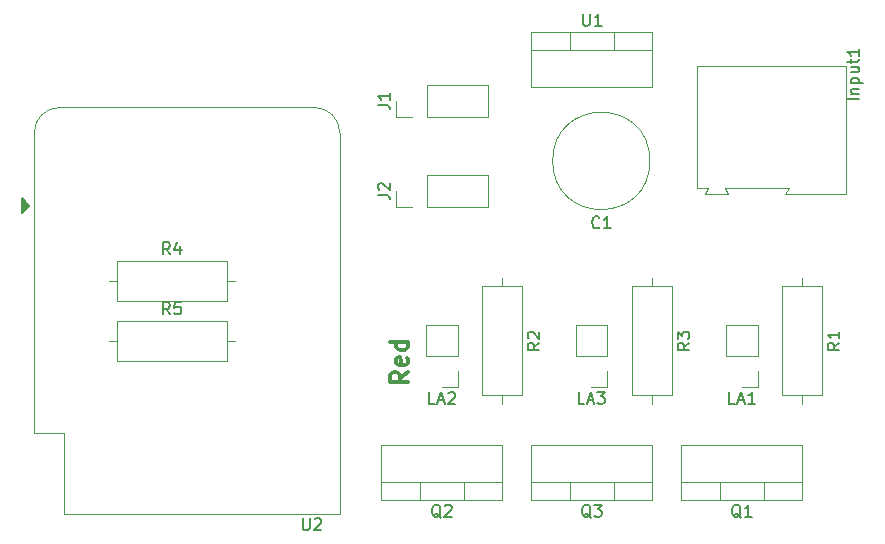
<source format=gbr>
%TF.GenerationSoftware,KiCad,Pcbnew,(6.0.5)*%
%TF.CreationDate,2022-06-05T14:33:10+07:00*%
%TF.ProjectId,timer,74696d65-722e-46b6-9963-61645f706362,rev?*%
%TF.SameCoordinates,Original*%
%TF.FileFunction,Legend,Top*%
%TF.FilePolarity,Positive*%
%FSLAX46Y46*%
G04 Gerber Fmt 4.6, Leading zero omitted, Abs format (unit mm)*
G04 Created by KiCad (PCBNEW (6.0.5)) date 2022-06-05 14:33:10*
%MOMM*%
%LPD*%
G01*
G04 APERTURE LIST*
%ADD10C,0.300000*%
%ADD11C,0.150000*%
%ADD12C,0.120000*%
G04 APERTURE END LIST*
D10*
X124122571Y-111855142D02*
X123408285Y-112355142D01*
X124122571Y-112712285D02*
X122622571Y-112712285D01*
X122622571Y-112140857D01*
X122694000Y-111998000D01*
X122765428Y-111926571D01*
X122908285Y-111855142D01*
X123122571Y-111855142D01*
X123265428Y-111926571D01*
X123336857Y-111998000D01*
X123408285Y-112140857D01*
X123408285Y-112712285D01*
X124051142Y-110640857D02*
X124122571Y-110783714D01*
X124122571Y-111069428D01*
X124051142Y-111212285D01*
X123908285Y-111283714D01*
X123336857Y-111283714D01*
X123194000Y-111212285D01*
X123122571Y-111069428D01*
X123122571Y-110783714D01*
X123194000Y-110640857D01*
X123336857Y-110569428D01*
X123479714Y-110569428D01*
X123622571Y-111283714D01*
X124122571Y-109283714D02*
X122622571Y-109283714D01*
X124051142Y-109283714D02*
X124122571Y-109426571D01*
X124122571Y-109712285D01*
X124051142Y-109855142D01*
X123979714Y-109926571D01*
X123836857Y-109998000D01*
X123408285Y-109998000D01*
X123265428Y-109926571D01*
X123194000Y-109855142D01*
X123122571Y-109712285D01*
X123122571Y-109426571D01*
X123194000Y-109283714D01*
D11*
%TO.C,R5*%
X103973333Y-106952380D02*
X103640000Y-106476190D01*
X103401904Y-106952380D02*
X103401904Y-105952380D01*
X103782857Y-105952380D01*
X103878095Y-106000000D01*
X103925714Y-106047619D01*
X103973333Y-106142857D01*
X103973333Y-106285714D01*
X103925714Y-106380952D01*
X103878095Y-106428571D01*
X103782857Y-106476190D01*
X103401904Y-106476190D01*
X104878095Y-105952380D02*
X104401904Y-105952380D01*
X104354285Y-106428571D01*
X104401904Y-106380952D01*
X104497142Y-106333333D01*
X104735238Y-106333333D01*
X104830476Y-106380952D01*
X104878095Y-106428571D01*
X104925714Y-106523809D01*
X104925714Y-106761904D01*
X104878095Y-106857142D01*
X104830476Y-106904761D01*
X104735238Y-106952380D01*
X104497142Y-106952380D01*
X104401904Y-106904761D01*
X104354285Y-106857142D01*
%TO.C,Input1*%
X162312380Y-88779047D02*
X161312380Y-88779047D01*
X161645714Y-88302857D02*
X162312380Y-88302857D01*
X161740952Y-88302857D02*
X161693333Y-88255238D01*
X161645714Y-88160000D01*
X161645714Y-88017142D01*
X161693333Y-87921904D01*
X161788571Y-87874285D01*
X162312380Y-87874285D01*
X161645714Y-87398095D02*
X162645714Y-87398095D01*
X161693333Y-87398095D02*
X161645714Y-87302857D01*
X161645714Y-87112380D01*
X161693333Y-87017142D01*
X161740952Y-86969523D01*
X161836190Y-86921904D01*
X162121904Y-86921904D01*
X162217142Y-86969523D01*
X162264761Y-87017142D01*
X162312380Y-87112380D01*
X162312380Y-87302857D01*
X162264761Y-87398095D01*
X161645714Y-86064761D02*
X162312380Y-86064761D01*
X161645714Y-86493333D02*
X162169523Y-86493333D01*
X162264761Y-86445714D01*
X162312380Y-86350476D01*
X162312380Y-86207619D01*
X162264761Y-86112380D01*
X162217142Y-86064761D01*
X161645714Y-85731428D02*
X161645714Y-85350476D01*
X161312380Y-85588571D02*
X162169523Y-85588571D01*
X162264761Y-85540952D01*
X162312380Y-85445714D01*
X162312380Y-85350476D01*
X162312380Y-84493333D02*
X162312380Y-85064761D01*
X162312380Y-84779047D02*
X161312380Y-84779047D01*
X161455238Y-84874285D01*
X161550476Y-84969523D01*
X161598095Y-85064761D01*
%TO.C,Q1*%
X152304761Y-124197619D02*
X152209523Y-124150000D01*
X152114285Y-124054761D01*
X151971428Y-123911904D01*
X151876190Y-123864285D01*
X151780952Y-123864285D01*
X151828571Y-124102380D02*
X151733333Y-124054761D01*
X151638095Y-123959523D01*
X151590476Y-123769047D01*
X151590476Y-123435714D01*
X151638095Y-123245238D01*
X151733333Y-123150000D01*
X151828571Y-123102380D01*
X152019047Y-123102380D01*
X152114285Y-123150000D01*
X152209523Y-123245238D01*
X152257142Y-123435714D01*
X152257142Y-123769047D01*
X152209523Y-123959523D01*
X152114285Y-124054761D01*
X152019047Y-124102380D01*
X151828571Y-124102380D01*
X153209523Y-124102380D02*
X152638095Y-124102380D01*
X152923809Y-124102380D02*
X152923809Y-123102380D01*
X152828571Y-123245238D01*
X152733333Y-123340476D01*
X152638095Y-123388095D01*
%TO.C,Q2*%
X126904761Y-124197619D02*
X126809523Y-124150000D01*
X126714285Y-124054761D01*
X126571428Y-123911904D01*
X126476190Y-123864285D01*
X126380952Y-123864285D01*
X126428571Y-124102380D02*
X126333333Y-124054761D01*
X126238095Y-123959523D01*
X126190476Y-123769047D01*
X126190476Y-123435714D01*
X126238095Y-123245238D01*
X126333333Y-123150000D01*
X126428571Y-123102380D01*
X126619047Y-123102380D01*
X126714285Y-123150000D01*
X126809523Y-123245238D01*
X126857142Y-123435714D01*
X126857142Y-123769047D01*
X126809523Y-123959523D01*
X126714285Y-124054761D01*
X126619047Y-124102380D01*
X126428571Y-124102380D01*
X127238095Y-123197619D02*
X127285714Y-123150000D01*
X127380952Y-123102380D01*
X127619047Y-123102380D01*
X127714285Y-123150000D01*
X127761904Y-123197619D01*
X127809523Y-123292857D01*
X127809523Y-123388095D01*
X127761904Y-123530952D01*
X127190476Y-124102380D01*
X127809523Y-124102380D01*
%TO.C,LA3*%
X139054761Y-114542380D02*
X138578571Y-114542380D01*
X138578571Y-113542380D01*
X139340476Y-114256666D02*
X139816666Y-114256666D01*
X139245238Y-114542380D02*
X139578571Y-113542380D01*
X139911904Y-114542380D01*
X140150000Y-113542380D02*
X140769047Y-113542380D01*
X140435714Y-113923333D01*
X140578571Y-113923333D01*
X140673809Y-113970952D01*
X140721428Y-114018571D01*
X140769047Y-114113809D01*
X140769047Y-114351904D01*
X140721428Y-114447142D01*
X140673809Y-114494761D01*
X140578571Y-114542380D01*
X140292857Y-114542380D01*
X140197619Y-114494761D01*
X140150000Y-114447142D01*
%TO.C,U2*%
X115218095Y-124242380D02*
X115218095Y-125051904D01*
X115265714Y-125147142D01*
X115313333Y-125194761D01*
X115408571Y-125242380D01*
X115599047Y-125242380D01*
X115694285Y-125194761D01*
X115741904Y-125147142D01*
X115789523Y-125051904D01*
X115789523Y-124242380D01*
X116218095Y-124337619D02*
X116265714Y-124290000D01*
X116360952Y-124242380D01*
X116599047Y-124242380D01*
X116694285Y-124290000D01*
X116741904Y-124337619D01*
X116789523Y-124432857D01*
X116789523Y-124528095D01*
X116741904Y-124670952D01*
X116170476Y-125242380D01*
X116789523Y-125242380D01*
%TO.C,J1*%
X121582380Y-89233333D02*
X122296666Y-89233333D01*
X122439523Y-89280952D01*
X122534761Y-89376190D01*
X122582380Y-89519047D01*
X122582380Y-89614285D01*
X122582380Y-88233333D02*
X122582380Y-88804761D01*
X122582380Y-88519047D02*
X121582380Y-88519047D01*
X121725238Y-88614285D01*
X121820476Y-88709523D01*
X121868095Y-88804761D01*
%TO.C,LA2*%
X126404761Y-114542380D02*
X125928571Y-114542380D01*
X125928571Y-113542380D01*
X126690476Y-114256666D02*
X127166666Y-114256666D01*
X126595238Y-114542380D02*
X126928571Y-113542380D01*
X127261904Y-114542380D01*
X127547619Y-113637619D02*
X127595238Y-113590000D01*
X127690476Y-113542380D01*
X127928571Y-113542380D01*
X128023809Y-113590000D01*
X128071428Y-113637619D01*
X128119047Y-113732857D01*
X128119047Y-113828095D01*
X128071428Y-113970952D01*
X127500000Y-114542380D01*
X128119047Y-114542380D01*
%TO.C,C1*%
X140323333Y-99587142D02*
X140275714Y-99634761D01*
X140132857Y-99682380D01*
X140037619Y-99682380D01*
X139894761Y-99634761D01*
X139799523Y-99539523D01*
X139751904Y-99444285D01*
X139704285Y-99253809D01*
X139704285Y-99110952D01*
X139751904Y-98920476D01*
X139799523Y-98825238D01*
X139894761Y-98730000D01*
X140037619Y-98682380D01*
X140132857Y-98682380D01*
X140275714Y-98730000D01*
X140323333Y-98777619D01*
X141275714Y-99682380D02*
X140704285Y-99682380D01*
X140990000Y-99682380D02*
X140990000Y-98682380D01*
X140894761Y-98825238D01*
X140799523Y-98920476D01*
X140704285Y-98968095D01*
%TO.C,R3*%
X147952380Y-109386666D02*
X147476190Y-109720000D01*
X147952380Y-109958095D02*
X146952380Y-109958095D01*
X146952380Y-109577142D01*
X147000000Y-109481904D01*
X147047619Y-109434285D01*
X147142857Y-109386666D01*
X147285714Y-109386666D01*
X147380952Y-109434285D01*
X147428571Y-109481904D01*
X147476190Y-109577142D01*
X147476190Y-109958095D01*
X146952380Y-109053333D02*
X146952380Y-108434285D01*
X147333333Y-108767619D01*
X147333333Y-108624761D01*
X147380952Y-108529523D01*
X147428571Y-108481904D01*
X147523809Y-108434285D01*
X147761904Y-108434285D01*
X147857142Y-108481904D01*
X147904761Y-108529523D01*
X147952380Y-108624761D01*
X147952380Y-108910476D01*
X147904761Y-109005714D01*
X147857142Y-109053333D01*
%TO.C,R4*%
X103973333Y-101872380D02*
X103640000Y-101396190D01*
X103401904Y-101872380D02*
X103401904Y-100872380D01*
X103782857Y-100872380D01*
X103878095Y-100920000D01*
X103925714Y-100967619D01*
X103973333Y-101062857D01*
X103973333Y-101205714D01*
X103925714Y-101300952D01*
X103878095Y-101348571D01*
X103782857Y-101396190D01*
X103401904Y-101396190D01*
X104830476Y-101205714D02*
X104830476Y-101872380D01*
X104592380Y-100824761D02*
X104354285Y-101539047D01*
X104973333Y-101539047D01*
%TO.C,U1*%
X138938095Y-81542380D02*
X138938095Y-82351904D01*
X138985714Y-82447142D01*
X139033333Y-82494761D01*
X139128571Y-82542380D01*
X139319047Y-82542380D01*
X139414285Y-82494761D01*
X139461904Y-82447142D01*
X139509523Y-82351904D01*
X139509523Y-81542380D01*
X140509523Y-82542380D02*
X139938095Y-82542380D01*
X140223809Y-82542380D02*
X140223809Y-81542380D01*
X140128571Y-81685238D01*
X140033333Y-81780476D01*
X139938095Y-81828095D01*
%TO.C,J2*%
X121582380Y-96853333D02*
X122296666Y-96853333D01*
X122439523Y-96900952D01*
X122534761Y-96996190D01*
X122582380Y-97139047D01*
X122582380Y-97234285D01*
X121677619Y-96424761D02*
X121630000Y-96377142D01*
X121582380Y-96281904D01*
X121582380Y-96043809D01*
X121630000Y-95948571D01*
X121677619Y-95900952D01*
X121772857Y-95853333D01*
X121868095Y-95853333D01*
X122010952Y-95900952D01*
X122582380Y-96472380D01*
X122582380Y-95853333D01*
%TO.C,Q3*%
X139604761Y-124197619D02*
X139509523Y-124150000D01*
X139414285Y-124054761D01*
X139271428Y-123911904D01*
X139176190Y-123864285D01*
X139080952Y-123864285D01*
X139128571Y-124102380D02*
X139033333Y-124054761D01*
X138938095Y-123959523D01*
X138890476Y-123769047D01*
X138890476Y-123435714D01*
X138938095Y-123245238D01*
X139033333Y-123150000D01*
X139128571Y-123102380D01*
X139319047Y-123102380D01*
X139414285Y-123150000D01*
X139509523Y-123245238D01*
X139557142Y-123435714D01*
X139557142Y-123769047D01*
X139509523Y-123959523D01*
X139414285Y-124054761D01*
X139319047Y-124102380D01*
X139128571Y-124102380D01*
X139890476Y-123102380D02*
X140509523Y-123102380D01*
X140176190Y-123483333D01*
X140319047Y-123483333D01*
X140414285Y-123530952D01*
X140461904Y-123578571D01*
X140509523Y-123673809D01*
X140509523Y-123911904D01*
X140461904Y-124007142D01*
X140414285Y-124054761D01*
X140319047Y-124102380D01*
X140033333Y-124102380D01*
X139938095Y-124054761D01*
X139890476Y-124007142D01*
%TO.C,R1*%
X160652380Y-109386666D02*
X160176190Y-109720000D01*
X160652380Y-109958095D02*
X159652380Y-109958095D01*
X159652380Y-109577142D01*
X159700000Y-109481904D01*
X159747619Y-109434285D01*
X159842857Y-109386666D01*
X159985714Y-109386666D01*
X160080952Y-109434285D01*
X160128571Y-109481904D01*
X160176190Y-109577142D01*
X160176190Y-109958095D01*
X160652380Y-108434285D02*
X160652380Y-109005714D01*
X160652380Y-108720000D02*
X159652380Y-108720000D01*
X159795238Y-108815238D01*
X159890476Y-108910476D01*
X159938095Y-109005714D01*
%TO.C,LA1*%
X151804761Y-114542380D02*
X151328571Y-114542380D01*
X151328571Y-113542380D01*
X152090476Y-114256666D02*
X152566666Y-114256666D01*
X151995238Y-114542380D02*
X152328571Y-113542380D01*
X152661904Y-114542380D01*
X153519047Y-114542380D02*
X152947619Y-114542380D01*
X153233333Y-114542380D02*
X153233333Y-113542380D01*
X153138095Y-113685238D01*
X153042857Y-113780476D01*
X152947619Y-113828095D01*
%TO.C,R2*%
X135252380Y-109386666D02*
X134776190Y-109720000D01*
X135252380Y-109958095D02*
X134252380Y-109958095D01*
X134252380Y-109577142D01*
X134300000Y-109481904D01*
X134347619Y-109434285D01*
X134442857Y-109386666D01*
X134585714Y-109386666D01*
X134680952Y-109434285D01*
X134728571Y-109481904D01*
X134776190Y-109577142D01*
X134776190Y-109958095D01*
X134347619Y-109005714D02*
X134300000Y-108958095D01*
X134252380Y-108862857D01*
X134252380Y-108624761D01*
X134300000Y-108529523D01*
X134347619Y-108481904D01*
X134442857Y-108434285D01*
X134538095Y-108434285D01*
X134680952Y-108481904D01*
X135252380Y-109053333D01*
X135252380Y-108434285D01*
D12*
%TO.C,R5*%
X108760000Y-110940000D02*
X108760000Y-107500000D01*
X108760000Y-107500000D02*
X99520000Y-107500000D01*
X99520000Y-107500000D02*
X99520000Y-110940000D01*
X109450000Y-109220000D02*
X108760000Y-109220000D01*
X99520000Y-110940000D02*
X108760000Y-110940000D01*
X98830000Y-109220000D02*
X99520000Y-109220000D01*
%TO.C,Input1*%
X156370000Y-96280000D02*
X156070000Y-96780000D01*
X150970000Y-96280000D02*
X156370000Y-96280000D01*
X148570000Y-85930000D02*
X148570000Y-96280000D01*
X151220000Y-96780000D02*
X150970000Y-96280000D01*
X161170000Y-96780000D02*
X161170000Y-85930000D01*
X149520000Y-96280000D02*
X149270000Y-96780000D01*
X161170000Y-85930000D02*
X148570000Y-85930000D01*
X149270000Y-96780000D02*
X151170000Y-96780000D01*
X148570000Y-96280000D02*
X149520000Y-96280000D01*
X156070000Y-96780000D02*
X161170000Y-96780000D01*
X151170000Y-96780000D02*
X151220000Y-96780000D01*
%TO.C,Q1*%
X150549000Y-122650000D02*
X150549000Y-121140000D01*
X157520000Y-122650000D02*
X147280000Y-122650000D01*
X157520000Y-121140000D02*
X147280000Y-121140000D01*
X154250000Y-122650000D02*
X154250000Y-121140000D01*
X157520000Y-118009000D02*
X147280000Y-118009000D01*
X157520000Y-122650000D02*
X157520000Y-118009000D01*
X147280000Y-122650000D02*
X147280000Y-118009000D01*
%TO.C,Q2*%
X132120000Y-122650000D02*
X121880000Y-122650000D01*
X128850000Y-122650000D02*
X128850000Y-121140000D01*
X132120000Y-122650000D02*
X132120000Y-118009000D01*
X132120000Y-118009000D02*
X121880000Y-118009000D01*
X125149000Y-122650000D02*
X125149000Y-121140000D01*
X132120000Y-121140000D02*
X121880000Y-121140000D01*
X121880000Y-122650000D02*
X121880000Y-118009000D01*
%TO.C,LA3*%
X140980000Y-110490000D02*
X140980000Y-107890000D01*
X140980000Y-110490000D02*
X138320000Y-110490000D01*
X140980000Y-111760000D02*
X140980000Y-113090000D01*
X138320000Y-110490000D02*
X138320000Y-107890000D01*
X140980000Y-113090000D02*
X139650000Y-113090000D01*
X140980000Y-107890000D02*
X138320000Y-107890000D01*
%TO.C,U2*%
X118340000Y-123910000D02*
X118340000Y-91580000D01*
X92480000Y-117010000D02*
X92480000Y-91580000D01*
X116220000Y-89450000D02*
X94610000Y-89450000D01*
X92480000Y-117010000D02*
X95020000Y-117010000D01*
X95020000Y-117010000D02*
X95020000Y-123910000D01*
X95020000Y-123910000D02*
X118340000Y-123910000D01*
X118340000Y-91580000D02*
G75*
G03*
X116210000Y-89450000I-2130000J0D01*
G01*
X94610000Y-89450000D02*
G75*
G03*
X92480000Y-91580000I2J-2130002D01*
G01*
G36*
X92075000Y-97790000D02*
G01*
X91440000Y-98425000D01*
X91440000Y-97155000D01*
X92075000Y-97790000D01*
G37*
D11*
X92075000Y-97790000D02*
X91440000Y-98425000D01*
X91440000Y-97155000D01*
X92075000Y-97790000D01*
D12*
%TO.C,J1*%
X123130000Y-90230000D02*
X123130000Y-88900000D01*
X130870000Y-90230000D02*
X130870000Y-87570000D01*
X124460000Y-90230000D02*
X123130000Y-90230000D01*
X125730000Y-90230000D02*
X125730000Y-87570000D01*
X125730000Y-87570000D02*
X130870000Y-87570000D01*
X125730000Y-90230000D02*
X130870000Y-90230000D01*
%TO.C,LA2*%
X128330000Y-113090000D02*
X127000000Y-113090000D01*
X128330000Y-110490000D02*
X125670000Y-110490000D01*
X125670000Y-110490000D02*
X125670000Y-107890000D01*
X128330000Y-107890000D02*
X125670000Y-107890000D01*
X128330000Y-110490000D02*
X128330000Y-107890000D01*
X128330000Y-111760000D02*
X128330000Y-113090000D01*
%TO.C,C1*%
X144610000Y-93980000D02*
G75*
G03*
X144610000Y-93980000I-4120000J0D01*
G01*
%TO.C,R3*%
X144780000Y-114530000D02*
X144780000Y-113840000D01*
X146500000Y-104600000D02*
X143060000Y-104600000D01*
X146500000Y-113840000D02*
X146500000Y-104600000D01*
X143060000Y-104600000D02*
X143060000Y-113840000D01*
X143060000Y-113840000D02*
X146500000Y-113840000D01*
X144780000Y-103910000D02*
X144780000Y-104600000D01*
%TO.C,R4*%
X99520000Y-102420000D02*
X99520000Y-105860000D01*
X108760000Y-105860000D02*
X108760000Y-102420000D01*
X98830000Y-104140000D02*
X99520000Y-104140000D01*
X99520000Y-105860000D02*
X108760000Y-105860000D01*
X108760000Y-102420000D02*
X99520000Y-102420000D01*
X109450000Y-104140000D02*
X108760000Y-104140000D01*
%TO.C,U1*%
X134580000Y-83090000D02*
X144820000Y-83090000D01*
X134580000Y-87731000D02*
X144820000Y-87731000D01*
X134580000Y-83090000D02*
X134580000Y-87731000D01*
X134580000Y-84600000D02*
X144820000Y-84600000D01*
X144820000Y-83090000D02*
X144820000Y-87731000D01*
X137850000Y-83090000D02*
X137850000Y-84600000D01*
X141551000Y-83090000D02*
X141551000Y-84600000D01*
%TO.C,J2*%
X125730000Y-97850000D02*
X130870000Y-97850000D01*
X130870000Y-97850000D02*
X130870000Y-95190000D01*
X123130000Y-97850000D02*
X123130000Y-96520000D01*
X124460000Y-97850000D02*
X123130000Y-97850000D01*
X125730000Y-95190000D02*
X130870000Y-95190000D01*
X125730000Y-97850000D02*
X125730000Y-95190000D01*
%TO.C,Q3*%
X137849000Y-122650000D02*
X137849000Y-121140000D01*
X141550000Y-122650000D02*
X141550000Y-121140000D01*
X134580000Y-122650000D02*
X134580000Y-118009000D01*
X144820000Y-122650000D02*
X134580000Y-122650000D01*
X144820000Y-122650000D02*
X144820000Y-118009000D01*
X144820000Y-121140000D02*
X134580000Y-121140000D01*
X144820000Y-118009000D02*
X134580000Y-118009000D01*
%TO.C,R1*%
X155760000Y-113840000D02*
X159200000Y-113840000D01*
X159200000Y-104600000D02*
X155760000Y-104600000D01*
X159200000Y-113840000D02*
X159200000Y-104600000D01*
X157480000Y-103910000D02*
X157480000Y-104600000D01*
X155760000Y-104600000D02*
X155760000Y-113840000D01*
X157480000Y-114530000D02*
X157480000Y-113840000D01*
%TO.C,LA1*%
X153730000Y-111760000D02*
X153730000Y-113090000D01*
X153730000Y-110490000D02*
X153730000Y-107890000D01*
X153730000Y-113090000D02*
X152400000Y-113090000D01*
X153730000Y-110490000D02*
X151070000Y-110490000D01*
X153730000Y-107890000D02*
X151070000Y-107890000D01*
X151070000Y-110490000D02*
X151070000Y-107890000D01*
%TO.C,R2*%
X132080000Y-114530000D02*
X132080000Y-113840000D01*
X130360000Y-104600000D02*
X130360000Y-113840000D01*
X133800000Y-113840000D02*
X133800000Y-104600000D01*
X133800000Y-104600000D02*
X130360000Y-104600000D01*
X132080000Y-103910000D02*
X132080000Y-104600000D01*
X130360000Y-113840000D02*
X133800000Y-113840000D01*
%TD*%
M02*

</source>
